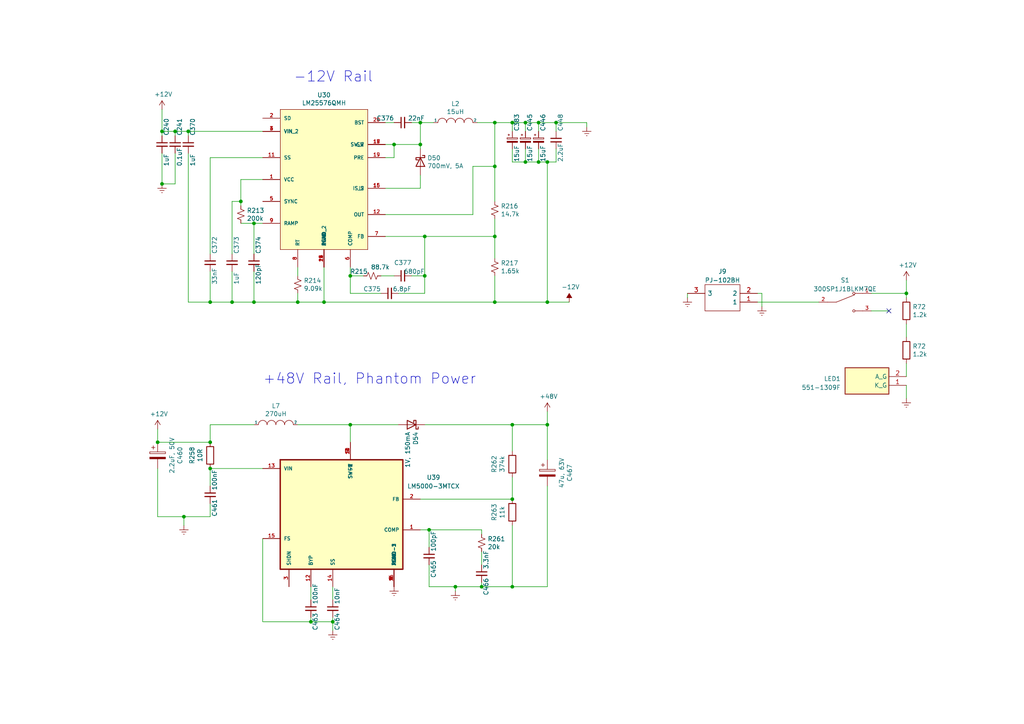
<source format=kicad_sch>
(kicad_sch (version 20230121) (generator eeschema)
  (paper "A4")
  (lib_symbols
    (symbol "300SP1J1BLKM7QE:300SP1J1BLKM7QE" (pin_names (offset 1.016))
      (property "Reference" "S" (at -5.08 6.35 0))
      (property "Value" "300SP1J1BLKM7QE" (at -5.08 -6.096 0))
      (symbol "300SP1J1BLKM7QE_0_0"
        (polyline (pts (xy -2.54 0) (xy -5.08 0)) (stroke (width 0.1524)))
        (polyline (pts (xy -2.54 0) (xy 2.794 2.1336)) (stroke (width 0.1524)))
        (polyline (pts (xy 5.08 -2.54) (xy 2.921 -2.54)) (stroke (width 0.1524)))
        (polyline (pts (xy 5.08 2.54) (xy 2.921 2.54)) (stroke (width 0.1524)))
        (circle (center 2.54 -2.54) (radius 0.3302) (stroke (width 0.1524)))
        (circle (center 2.54 2.54) (radius 0.3302) (stroke (width 0.1524)))
        (pin passive line (at 7.62 2.54 180) (length 2.54) (name "~") (number "1"))
        (pin passive line (at -7.62 0 0) (length 2.54) (name "~") (number "2"))
        (pin passive line (at 7.62 -2.54 180) (length 2.54) (name "~") (number "3"))
      )
    )
    (symbol "551-1309F:551-1309F"
      (property "Reference" "LED" (at 19.05 7.62 0))
      (property "Value" "551-1309F" (at 19.05 5.08 0))
      (symbol "551-1309F_1_1"
        (rectangle (start 5.08 2.54) (end 17.78 -5.08) (stroke (width 0.254)) (fill (type background)))
        (pin passive line (at 0 -2.54 0) (length 5.08) (name "K_G") (number "1"))
        (pin passive line (at 0 0 0) (length 5.08) (name "A_G") (number "2"))
      )
    )
    (symbol "Device:CP" (pin_numbers hide) (pin_names (offset 0.254))
      (property "Reference" "C" (at 0.635 2.54 0))
      (property "Value" "Device_CP" (at 0.635 -2.54 0))
      (symbol "CP_0_1"
        (rectangle (start -2.286 0.508) (end 2.286 1.016))
        (polyline (pts (xy -1.778 2.286) (xy -0.762 2.286)))
        (polyline (pts (xy -1.27 2.794) (xy -1.27 1.778)))
        (rectangle (start 2.286 -0.508) (end -2.286 -1.016) (fill (type outline)))
      )
      (symbol "CP_1_1"
        (pin passive line (at 0 3.81 270) (length 2.794) (name "~") (number "1"))
        (pin passive line (at 0 -3.81 90) (length 2.794) (name "~") (number "2"))
      )
    )
    (symbol "Device:CP_Small" (pin_numbers hide) (pin_names (offset 0.254) hide)
      (property "Reference" "C" (at 0.254 1.778 0))
      (property "Value" "Device_CP_Small" (at 0.254 -2.032 0))
      (symbol "CP_Small_0_1"
        (rectangle (start -1.524 -0.3048) (end 1.524 -0.6858) (fill (type outline)))
        (rectangle (start -1.524 0.6858) (end 1.524 0.3048))
        (polyline (pts (xy -1.27 1.524) (xy -0.762 1.524)))
        (polyline (pts (xy -1.016 1.27) (xy -1.016 1.778)))
      )
      (symbol "CP_Small_1_1"
        (pin passive line (at 0 2.54 270) (length 1.8542) (name "~") (number "1"))
        (pin passive line (at 0 -2.54 90) (length 1.8542) (name "~") (number "2"))
      )
    )
    (symbol "Device:C_Small" (pin_numbers hide) (pin_names (offset 0.254) hide)
      (property "Reference" "C" (at 0.254 1.778 0))
      (property "Value" "C_Small" (at 0.254 -2.032 0))
      (symbol "C_Small_0_1"
        (polyline (pts (xy -1.524 -0.508) (xy 1.524 -0.508)) (stroke (width 0.3302)))
        (polyline (pts (xy -1.524 0.508) (xy 1.524 0.508)) (stroke (width 0.3048)))
      )
      (symbol "C_Small_1_1"
        (pin passive line (at 0 2.54 270) (length 2.032) (name "~") (number "1"))
        (pin passive line (at 0 -2.54 90) (length 2.032) (name "~") (number "2"))
      )
    )
    (symbol "Device:D_Schottky" (pin_numbers hide) (pin_names (offset 1.016) hide)
      (property "Reference" "D" (at 0 2.54 0))
      (property "Value" "D_Schottky" (at 0 -2.54 0))
      (symbol "D_Schottky_0_1"
        (polyline (pts (xy 1.27 0) (xy -1.27 0)))
        (polyline (pts (xy 1.27 1.27) (xy 1.27 -1.27) (xy -1.27 0) (xy 1.27 1.27)) (stroke (width 0.254)))
        (polyline (pts (xy -1.905 0.635) (xy -1.905 1.27) (xy -1.27 1.27) (xy -1.27 -1.27) (xy -0.635 -1.27) (xy -0.635 -0.635)) (stroke (width 0.254)))
      )
      (symbol "D_Schottky_1_1"
        (pin passive line (at -3.81 0 0) (length 2.54) (name "K") (number "1"))
        (pin passive line (at 3.81 0 180) (length 2.54) (name "A") (number "2"))
      )
    )
    (symbol "Device:R" (pin_numbers hide) (pin_names (offset 0))
      (property "Reference" "R" (at 2.032 0 90))
      (property "Value" "R" (at 0 0 90))
      (symbol "R_0_1"
        (rectangle (start -1.016 -2.54) (end 1.016 2.54) (stroke (width 0.254)))
      )
      (symbol "R_1_1"
        (pin passive line (at 0 3.81 270) (length 1.27) (name "~") (number "1"))
        (pin passive line (at 0 -3.81 90) (length 1.27) (name "~") (number "2"))
      )
    )
    (symbol "Device:R_Small_US" (pin_numbers hide) (pin_names (offset 0.254) hide)
      (property "Reference" "R" (at 0.762 0.508 0))
      (property "Value" "R_Small_US" (at 0.762 -1.016 0))
      (symbol "R_Small_US_1_1"
        (polyline (pts (xy 0 0) (xy 1.016 -0.381) (xy 0 -0.762) (xy -1.016 -1.143) (xy 0 -1.524)))
        (polyline (pts (xy 0 1.524) (xy 1.016 1.143) (xy 0 0.762) (xy -1.016 0.381) (xy 0 0)))
        (pin passive line (at 0 2.54 270) (length 1.016) (name "~") (number "1"))
        (pin passive line (at 0 -2.54 90) (length 1.016) (name "~") (number "2"))
      )
    )
    (symbol "LM25576QMH:LM25576QMH" (pin_names (offset 1.016))
      (property "Reference" "U" (at -4.4196 30.988 0))
      (property "Value" "LM25576QMH_LM25576QMH" (at -5.08 7.62 0))
      (symbol "LM25576QMH_0_0"
        (rectangle (start -12.7 -12.7) (end 12.7 27.94) (stroke (width 0.1524)) (fill (type background)))
        (pin power_in line (at -17.78 7.62 0) (length 5.08) (name "VCC") (number "1"))
        (pin passive line (at 0 -17.78 90) (length 5.08) (name "AGND") (number "10"))
        (pin input line (at -17.78 13.97 0) (length 5.08) (name "SS") (number "11"))
        (pin output line (at 17.78 -2.54 180) (length 5.08) (name "OUT") (number "12"))
        (pin passive line (at 0 -17.78 90) (length 5.08) (name "PGND_2") (number "13"))
        (pin passive line (at 0 -17.78 90) (length 5.08) (name "PGND") (number "14"))
        (pin input line (at 17.78 5.08 180) (length 5.08) (name "IS_2") (number "15"))
        (pin input line (at 17.78 5.08 180) (length 5.08) (name "IS") (number "16"))
        (pin output line (at 17.78 17.78 180) (length 5.08) (name "SW_2") (number "17"))
        (pin output line (at 17.78 17.78 180) (length 5.08) (name "SW") (number "18"))
        (pin input line (at 17.78 13.97 180) (length 5.08) (name "PRE") (number "19"))
        (pin input line (at -17.78 25.4 0) (length 5.08) (name "SD") (number "2"))
        (pin input line (at 17.78 24.13 180) (length 5.08) (name "BST") (number "20"))
        (pin passive line (at 0 -17.78 90) (length 5.08) (name "EPAD") (number "21"))
        (pin input line (at -17.78 21.59 0) (length 5.08) (name "VIN_2") (number "3"))
        (pin input line (at -17.78 21.59 0) (length 5.08) (name "VIN") (number "4"))
        (pin input line (at -17.78 1.27 0) (length 5.08) (name "SYNC") (number "5"))
        (pin input line (at 7.62 -17.78 90) (length 5.08) (name "COMP") (number "6"))
        (pin input line (at 17.78 -8.89 180) (length 5.08) (name "FB") (number "7"))
        (pin input line (at -7.62 -17.78 90) (length 5.08) (name "RT") (number "8"))
        (pin input line (at -17.78 -5.08 0) (length 5.08) (name "RAMP") (number "9"))
      )
    )
    (symbol "LM5000-3:LM5000-3MTCX" (pin_names (offset 1.016))
      (property "Reference" "U" (at -12.7 36.5506 0))
      (property "Value" "LM5000-3MTCX" (at -2.54 19.05 0))
      (symbol "LM5000-3MTCX_0_0"
        (rectangle (start -12.7 3.81) (end 22.86 35.56) (stroke (width 0.4064)) (fill (type background)))
        (pin bidirectional line (at 27.94 15.24 180) (length 5.08) (name "COMP") (number "1"))
        (pin bidirectional line (at 7.62 40.64 270) (length 5.08) (name "SW") (number "10"))
        (pin bidirectional line (at 7.62 40.64 270) (length 5.08) (name "SW-2") (number "11"))
        (pin bidirectional line (at -3.81 -1.27 90) (length 5.08) (name "BYP") (number "12"))
        (pin input line (at -17.78 33.02 0) (length 5.08) (name "VIN") (number "13"))
        (pin bidirectional line (at 2.54 -1.27 90) (length 5.08) (name "SS") (number "14"))
        (pin bidirectional line (at -17.78 12.7 0) (length 5.08) (name "FS") (number "15"))
        (pin bidirectional line (at 20.32 -1.27 90) (length 5.08) (name "TEST") (number "16"))
        (pin bidirectional line (at 27.94 24.13 180) (length 5.08) (name "FB") (number "2"))
        (pin bidirectional line (at -10.16 -1.27 90) (length 5.08) (name "SHDN") (number "3"))
        (pin power_in line (at 20.32 -1.27 90) (length 5.08) (name "AGND") (number "4"))
        (pin power_in line (at 20.32 -1.27 90) (length 5.08) (name "PGND-1") (number "5"))
        (pin power_in line (at 20.32 -1.27 90) (length 5.08) (name "PGND") (number "6"))
        (pin power_in line (at 20.32 -1.27 90) (length 5.08) (name "PGND-3") (number "7"))
        (pin power_in line (at 20.32 -1.27 90) (length 5.08) (name "PGND-2") (number "8"))
        (pin bidirectional line (at 7.62 40.64 270) (length 5.08) (name "SW-1") (number "9"))
      )
    )
    (symbol "Samac:PJ-102BH" (pin_names (offset 0.762))
      (property "Reference" "J" (at 16.51 7.62 0))
      (property "Value" "PJ-102BH" (at 16.51 5.08 0))
      (symbol "PJ-102BH_0_0"
        (pin passive line (at 20.32 -2.54 180) (length 5.08) (name "1") (number "1"))
        (pin passive line (at 20.32 0 180) (length 5.08) (name "2") (number "2"))
        (pin passive line (at 0 0 0) (length 5.08) (name "3") (number "3"))
      )
      (symbol "PJ-102BH_0_1"
        (polyline (pts (xy 5.08 2.54) (xy 15.24 2.54) (xy 15.24 -5.08) (xy 5.08 -5.08) (xy 5.08 2.54)) (stroke (width 0.1524)))
      )
    )
    (symbol "power:+12V" (power) (pin_names (offset 0))
      (property "Value" "+12V" (at 0 3.556 0))
      (symbol "+12V_0_1"
        (polyline (pts (xy -0.762 1.27) (xy 0 2.54)))
        (polyline (pts (xy 0 0) (xy 0 2.54)))
        (polyline (pts (xy 0 2.54) (xy 0.762 1.27)))
      )
      (symbol "+12V_1_1"
        (pin power_in line (at 0 0 90) (length 0) hide (name "+12V") (number "1"))
      )
    )
    (symbol "power:+48V" (power) (pin_names (offset 0))
      (property "Value" "+48V" (at 0 3.556 0))
      (symbol "+48V_0_1"
        (polyline (pts (xy -0.762 1.27) (xy 0 2.54)))
        (polyline (pts (xy 0 0) (xy 0 2.54)))
        (polyline (pts (xy 0 2.54) (xy 0.762 1.27)))
      )
      (symbol "+48V_1_1"
        (pin power_in line (at 0 0 90) (length 0) hide (name "+48V") (number "1"))
      )
    )
    (symbol "power:-12V" (power) (pin_names (offset 0))
      (property "Value" "-12V" (at 0 3.81 0))
      (symbol "-12V_0_0"
        (pin power_in line (at 0 0 90) (length 0) hide (name "-12V") (number "1"))
      )
      (symbol "-12V_0_1"
        (polyline (pts (xy 0 0) (xy 0 1.27) (xy 0.762 1.27) (xy 0 2.54) (xy -0.762 1.27) (xy 0 1.27)) (fill (type outline)))
      )
    )
    (symbol "power:Earth" (power) (pin_names (offset 0))
      (symbol "Earth_0_1"
        (polyline (pts (xy -0.635 -1.905) (xy 0.635 -1.905)))
        (polyline (pts (xy -0.127 -2.54) (xy 0.127 -2.54)))
        (polyline (pts (xy 0 -1.27) (xy 0 0)))
        (polyline (pts (xy 1.27 -1.27) (xy -1.27 -1.27)))
      )
      (symbol "Earth_1_1"
        (pin power_in line (at 0 0 270) (length 0) hide (name "Earth") (number "1"))
      )
    )
    (symbol "pspice:INDUCTOR" (pin_numbers hide) (pin_names (offset 0))
      (property "Reference" "L" (at 0 2.54 0))
      (property "Value" "INDUCTOR" (at 0 -1.27 0))
      (symbol "INDUCTOR_0_1"
        (arc (start -2.54 0) (mid -3.81 1.2645) (end -5.08 0))
        (arc (start 0 0) (mid -1.27 1.2645) (end -2.54 0))
        (arc (start 2.54 0) (mid 1.27 1.2645) (end 0 0))
        (arc (start 5.08 0) (mid 3.81 1.2645) (end 2.54 0))
      )
      (symbol "INDUCTOR_1_1"
        (pin input line (at -6.35 0 0) (length 1.27) (name "1") (number "1"))
        (pin input line (at 6.35 0 180) (length 1.27) (name "2") (number "2"))
      )
    )
  )
  (junction (at 158.75 87.63))
  (junction (at 161.29 35.56))
  (junction (at 90.17 180.34))
  (junction (at 143.51 68.58))
  (junction (at 54.61 38.1))
  (junction (at 53.34 149.86))
  (junction (at 86.36 87.63))
  (junction (at 73.66 64.77))
  (junction (at 123.19 68.58))
  (junction (at 132.08 170.18))
  (junction (at 50.8 38.1))
  (junction (at 139.7 170.18))
  (junction (at 148.59 170.18))
  (junction (at 101.6 80.01))
  (junction (at 158.75 46.99))
  (junction (at 96.52 180.34))
  (junction (at 93.98 87.63))
  (junction (at 148.59 123.19))
  (junction (at 121.92 41.91))
  (junction (at 152.4 46.99))
  (junction (at 152.4 35.56))
  (junction (at 121.92 35.56))
  (junction (at 101.6 123.19))
  (junction (at 158.75 123.19))
  (junction (at 73.66 87.63))
  (junction (at 60.96 128.27))
  (junction (at 69.85 58.42))
  (junction (at 45.72 128.27))
  (junction (at 60.96 87.63))
  (junction (at 143.51 48.26))
  (junction (at 148.59 35.56))
  (junction (at 262.89 85.09))
  (junction (at 148.59 144.78))
  (junction (at 123.19 80.01))
  (junction (at 46.99 38.1))
  (junction (at 156.21 46.99))
  (junction (at 124.46 153.67))
  (junction (at 67.31 87.63))
  (junction (at 114.3 41.91))
  (junction (at 46.99 53.34))
  (junction (at 143.51 35.56))
  (junction (at 60.96 135.89))
  (junction (at 156.21 35.56))
  (junction (at 143.51 87.63))
  (no_connect (at 257.81 90.17))
  (wire (pts (xy 139.7 160.02) (xy 139.7 163.83)))
  (wire (pts (xy 148.59 123.19) (xy 148.59 130.81)))
  (wire (pts (xy 121.92 54.61) (xy 111.76 54.61)))
  (wire (pts (xy 152.4 43.18) (xy 152.4 46.99)))
  (wire (pts (xy 124.46 163.83) (xy 124.46 170.18)))
  (wire (pts (xy 114.3 45.72) (xy 114.3 41.91)))
  (wire (pts (xy 86.36 85.09) (xy 86.36 87.63)))
  (wire (pts (xy 161.29 43.18) (xy 161.29 46.99)))
  (wire (pts (xy 76.2 180.34) (xy 90.17 180.34)))
  (wire (pts (xy 76.2 64.77) (xy 73.66 64.77)))
  (wire (pts (xy 73.66 64.77) (xy 73.66 73.66)))
  (wire (pts (xy 219.71 87.63) (xy 237.49 87.63)))
  (wire (pts (xy 158.75 46.99) (xy 156.21 46.99)))
  (wire (pts (xy 111.76 41.91) (xy 114.3 41.91)))
  (wire (pts (xy 60.96 87.63) (xy 67.31 87.63)))
  (wire (pts (xy 101.6 123.19) (xy 115.57 123.19)))
  (wire (pts (xy 96.52 179.07) (xy 96.52 180.34)))
  (wire (pts (xy 46.99 31.75) (xy 46.99 38.1)))
  (wire (pts (xy 152.4 35.56) (xy 152.4 38.1)))
  (wire (pts (xy 69.85 64.77) (xy 73.66 64.77)))
  (wire (pts (xy 262.89 105.41) (xy 262.89 109.22)))
  (wire (pts (xy 121.92 144.78) (xy 148.59 144.78)))
  (wire (pts (xy 124.46 153.67) (xy 124.46 158.75)))
  (wire (pts (xy 54.61 87.63) (xy 60.96 87.63)))
  (wire (pts (xy 152.4 35.56) (xy 156.21 35.56)))
  (wire (pts (xy 90.17 179.07) (xy 90.17 180.34)))
  (wire (pts (xy 219.71 85.09) (xy 220.98 85.09)))
  (wire (pts (xy 76.2 156.21) (xy 76.2 180.34)))
  (wire (pts (xy 137.16 62.23) (xy 137.16 48.26)))
  (wire (pts (xy 121.92 50.8) (xy 121.92 54.61)))
  (wire (pts (xy 60.96 149.86) (xy 60.96 146.05)))
  (wire (pts (xy 60.96 78.74) (xy 60.96 87.63)))
  (wire (pts (xy 67.31 87.63) (xy 73.66 87.63)))
  (wire (pts (xy 132.08 170.18) (xy 139.7 170.18)))
  (wire (pts (xy 262.89 111.76) (xy 262.89 115.57)))
  (wire (pts (xy 161.29 35.56) (xy 161.29 38.1)))
  (wire (pts (xy 158.75 46.99) (xy 158.75 87.63)))
  (wire (pts (xy 111.76 62.23) (xy 137.16 62.23)))
  (wire (pts (xy 69.85 58.42) (xy 69.85 59.69)))
  (wire (pts (xy 158.75 87.63) (xy 165.1 87.63)))
  (wire (pts (xy 60.96 140.97) (xy 60.96 135.89)))
  (wire (pts (xy 73.66 78.74) (xy 73.66 87.63)))
  (wire (pts (xy 96.52 170.18) (xy 96.52 173.99)))
  (wire (pts (xy 67.31 58.42) (xy 67.31 73.66)))
  (wire (pts (xy 69.85 52.07) (xy 76.2 52.07)))
  (wire (pts (xy 53.34 152.4) (xy 53.34 149.86)))
  (wire (pts (xy 90.17 170.18) (xy 90.17 173.99)))
  (wire (pts (xy 54.61 38.1) (xy 54.61 39.37)))
  (wire (pts (xy 110.49 80.01) (xy 114.3 80.01)))
  (wire (pts (xy 148.59 170.18) (xy 158.75 170.18)))
  (wire (pts (xy 143.51 68.58) (xy 143.51 74.93)))
  (wire (pts (xy 115.57 85.09) (xy 123.19 85.09)))
  (wire (pts (xy 123.19 68.58) (xy 143.51 68.58)))
  (wire (pts (xy 45.72 149.86) (xy 45.72 135.89)))
  (wire (pts (xy 46.99 38.1) (xy 50.8 38.1)))
  (wire (pts (xy 158.75 119.38) (xy 158.75 123.19)))
  (wire (pts (xy 148.59 35.56) (xy 152.4 35.56)))
  (wire (pts (xy 119.38 80.01) (xy 123.19 80.01)))
  (wire (pts (xy 137.16 48.26) (xy 143.51 48.26)))
  (wire (pts (xy 93.98 77.47) (xy 93.98 87.63)))
  (wire (pts (xy 67.31 58.42) (xy 69.85 58.42)))
  (wire (pts (xy 50.8 38.1) (xy 54.61 38.1)))
  (wire (pts (xy 101.6 80.01) (xy 105.41 80.01)))
  (wire (pts (xy 90.17 180.34) (xy 96.52 180.34)))
  (wire (pts (xy 60.96 123.19) (xy 73.66 123.19)))
  (wire (pts (xy 50.8 44.45) (xy 50.8 53.34)))
  (wire (pts (xy 60.96 135.89) (xy 76.2 135.89)))
  (wire (pts (xy 148.59 138.43) (xy 148.59 144.78)))
  (wire (pts (xy 143.51 48.26) (xy 143.51 35.56)))
  (wire (pts (xy 124.46 170.18) (xy 132.08 170.18)))
  (wire (pts (xy 139.7 168.91) (xy 139.7 170.18)))
  (wire (pts (xy 101.6 77.47) (xy 101.6 80.01)))
  (wire (pts (xy 139.7 170.18) (xy 148.59 170.18)))
  (wire (pts (xy 124.46 153.67) (xy 139.7 153.67)))
  (wire (pts (xy 121.92 35.56) (xy 119.38 35.56)))
  (wire (pts (xy 170.18 35.56) (xy 170.18 36.83)))
  (wire (pts (xy 121.92 41.91) (xy 121.92 35.56)))
  (wire (pts (xy 53.34 149.86) (xy 45.72 149.86)))
  (wire (pts (xy 156.21 35.56) (xy 161.29 35.56)))
  (wire (pts (xy 76.2 45.72) (xy 60.96 45.72)))
  (wire (pts (xy 53.34 149.86) (xy 60.96 149.86)))
  (wire (pts (xy 45.72 128.27) (xy 60.96 128.27)))
  (wire (pts (xy 252.73 90.17) (xy 257.81 90.17)))
  (wire (pts (xy 262.89 93.98) (xy 262.89 97.79)))
  (wire (pts (xy 143.51 48.26) (xy 143.51 58.42)))
  (wire (pts (xy 111.76 45.72) (xy 114.3 45.72)))
  (wire (pts (xy 156.21 46.99) (xy 152.4 46.99)))
  (wire (pts (xy 121.92 153.67) (xy 124.46 153.67)))
  (wire (pts (xy 158.75 140.97) (xy 158.75 170.18)))
  (wire (pts (xy 54.61 38.1) (xy 76.2 38.1)))
  (wire (pts (xy 252.73 85.09) (xy 262.89 85.09)))
  (wire (pts (xy 60.96 128.27) (xy 60.96 123.19)))
  (wire (pts (xy 46.99 38.1) (xy 46.99 39.37)))
  (wire (pts (xy 114.3 41.91) (xy 121.92 41.91)))
  (wire (pts (xy 114.3 35.56) (xy 111.76 35.56)))
  (wire (pts (xy 139.7 153.67) (xy 139.7 154.94)))
  (wire (pts (xy 262.89 81.28) (xy 262.89 85.09)))
  (wire (pts (xy 46.99 44.45) (xy 46.99 53.34)))
  (wire (pts (xy 148.59 35.56) (xy 148.59 38.1)))
  (wire (pts (xy 148.59 46.99) (xy 152.4 46.99)))
  (wire (pts (xy 161.29 46.99) (xy 158.75 46.99)))
  (wire (pts (xy 50.8 38.1) (xy 50.8 39.37)))
  (wire (pts (xy 101.6 80.01) (xy 101.6 85.09)))
  (wire (pts (xy 262.89 86.36) (xy 262.89 85.09)))
  (wire (pts (xy 93.98 87.63) (xy 143.51 87.63)))
  (wire (pts (xy 69.85 58.42) (xy 69.85 52.07)))
  (wire (pts (xy 123.19 123.19) (xy 148.59 123.19)))
  (wire (pts (xy 220.98 85.09) (xy 220.98 88.9)))
  (wire (pts (xy 123.19 80.01) (xy 123.19 85.09)))
  (wire (pts (xy 132.08 170.18) (xy 132.08 171.45)))
  (wire (pts (xy 138.43 35.56) (xy 143.51 35.56)))
  (wire (pts (xy 86.36 123.19) (xy 101.6 123.19)))
  (wire (pts (xy 143.51 80.01) (xy 143.51 87.63)))
  (wire (pts (xy 111.76 68.58) (xy 123.19 68.58)))
  (wire (pts (xy 86.36 77.47) (xy 86.36 80.01)))
  (wire (pts (xy 86.36 87.63) (xy 93.98 87.63)))
  (wire (pts (xy 161.29 35.56) (xy 170.18 35.56)))
  (wire (pts (xy 156.21 43.18) (xy 156.21 46.99)))
  (wire (pts (xy 148.59 152.4) (xy 148.59 170.18)))
  (wire (pts (xy 143.51 87.63) (xy 158.75 87.63)))
  (wire (pts (xy 101.6 85.09) (xy 110.49 85.09)))
  (wire (pts (xy 67.31 78.74) (xy 67.31 87.63)))
  (wire (pts (xy 45.72 124.46) (xy 45.72 128.27)))
  (wire (pts (xy 143.51 63.5) (xy 143.51 68.58)))
  (wire (pts (xy 54.61 44.45) (xy 54.61 87.63)))
  (wire (pts (xy 96.52 180.34) (xy 96.52 182.88)))
  (wire (pts (xy 121.92 35.56) (xy 125.73 35.56)))
  (wire (pts (xy 156.21 35.56) (xy 156.21 38.1)))
  (wire (pts (xy 123.19 80.01) (xy 123.19 68.58)))
  (wire (pts (xy 50.8 53.34) (xy 46.99 53.34)))
  (wire (pts (xy 101.6 123.19) (xy 101.6 128.27)))
  (wire (pts (xy 143.51 35.56) (xy 148.59 35.56)))
  (wire (pts (xy 60.96 45.72) (xy 60.96 73.66)))
  (wire (pts (xy 148.59 43.18) (xy 148.59 46.99)))
  (wire (pts (xy 121.92 41.91) (xy 121.92 43.18)))
  (wire (pts (xy 148.59 123.19) (xy 158.75 123.19)))
  (wire (pts (xy 199.39 85.09) (xy 199.39 86.36)))
  (wire (pts (xy 73.66 87.63) (xy 86.36 87.63)))
  (wire (pts (xy 158.75 123.19) (xy 158.75 133.35)))
  (text "-12V Rail" (at 85.09 24.13 0) (effects (font (size 2.9972 2.9972)) (justify left bottom)))
  (text "+48V Rail, Phantom Power" (at 76.2 111.76 0) (effects (font (size 2.9972 2.9972)) (justify left bottom)))
  (symbol (lib_id "power:Earth") (at 132.08 171.45 0) (unit 1)
    (property "Reference" "#PWR0393" (effects hide))
    (property "Value" "Earth" (effects hide))
    (instances (project "Adam824" (path "" (reference "#PWR0393") (unit 1))) (project "MicPre" (path "" (reference "#PWR061") (unit 1))))
  )
  (symbol (lib_id "Device:C_Small") (at 139.7 166.37 0) (unit 1)
    (property "Reference" "C466" (at 140.97 172.72 90) (effects (justify left)))
    (property "Value" "3.3nF" (at 140.97 165.1 90) (effects (justify left)))
    (property "Footprint" "Capacitor_SMD:C_0805_2012Metric_Pad1.18x1.45mm_HandSolder" (effects hide))
    (property "Datasheet" "https://www.digikey.com/en/products/detail/tdk-corporation/C2012C0G1H332J125AA/567597" (effects hide))
    (property "Description" "3.3nF, 50V, 0805" (effects hide))
    (property "Mouser Price/Stock" "$0.10" (effects hide))
    (instances (project "Adam824" (path "" (reference "C466") (unit 1))) (project "MicPre" (path "" (reference "C60") (unit 1))))
  )
  (symbol (lib_id "Device:C_Small") (at 116.84 35.56 90) (unit 1)
    (property "Reference" "C376" (at 114.3 34.29 90) (effects (justify left)))
    (property "Value" "22nF" (at 123.19 34.29 90) (effects (justify left)))
    (property "Footprint" "Capacitor_SMD:C_0402_1005Metric_Pad0.74x0.62mm_HandSolder" (effects hide))
    (property "Datasheet" "https://www.digikey.com/en/products/detail/GRM155R71H223KA12D/490-3884-1-ND/965926?itemSeq=385819190" (effects hide))
    (property "Mouser Price/Stock" "0.1" (effects hide))
    (instances (project "Adam824" (path "" (reference "C376") (unit 1))) (project "MicPre" (path "" (reference "C69") (unit 1))))
  )
  (symbol (lib_id "Device:C_Small") (at 113.03 85.09 90) (unit 1)
    (property "Reference" "C375" (at 110.49 83.82 90) (effects (justify left)))
    (property "Value" "6.8pF" (at 119.38 83.82 90) (effects (justify left)))
    (property "Footprint" "Capacitor_SMD:C_0603_1608Metric_Pad1.08x0.95mm_HandSolder" (effects hide))
    (property "Datasheet" "https://www.digikey.com/en/products/detail/kyocera-avx/06031U6R8BAT2A/1598953?s=N4IgTCBcDaIAwDY4GYCMBVBAlAHAIQEEAVMAkAXQF8g" (effects hide))
    (property "Mouser Price/Stock" "0.1" (effects hide))
    (property "Description" "680pF,100V" (effects hide))
    (instances (project "Adam824" (path "" (reference "C375") (unit 1))) (project "MicPre" (path "" (reference "C68") (unit 1))))
  )
  (symbol (lib_id "Device:C_Small") (at 116.84 80.01 90) (unit 1)
    (property "Reference" "C377" (at 119.38 76.2 90) (effects (justify left)))
    (property "Value" "680pF" (at 123.19 78.74 90) (effects (justify left)))
    (property "Footprint" "Capacitor_SMD:C_0402_1005Metric_Pad0.74x0.62mm_HandSolder" (effects hide))
    (property "Datasheet" "https://www.digikey.com/en/products/detail/GRM155R72A681KA01D/490-8262-1-ND/4380556?itemSeq=385817773" (effects hide))
    (property "Mouser Price/Stock" "0.1" (effects hide))
    (property "Description" "680pF,100V" (effects hide))
    (instances (project "Adam824" (path "" (reference "C377") (unit 1))) (project "MicPre" (path "" (reference "C70") (unit 1))))
  )
  (symbol (lib_id "Device:R") (at 148.59 148.59 180) (unit 1)
    (property "Reference" "R263" (at 143.3322 148.59 90))
    (property "Value" "11k" (at 145.6436 148.59 90))
    (property "Footprint" "Resistor_SMD:R_0603_1608Metric_Pad0.98x0.95mm_HandSolder" (effects hide))
    (property "Datasheet" "https://www.digikey.com/en/products/detail/yageo/RT0603DRE0711KL/1074545" (effects hide))
    (instances (project "Adam824" (path "" (reference "R263") (unit 1))) (project "MicPre" (path "" (reference "R48") (unit 1))))
  )
  (symbol (lib_id "Device:R") (at 262.89 101.6 0) (unit 1)
    (property "Reference" "R72" (at 264.668 100.4316 0) (effects (justify left)))
    (property "Value" "1.2k" (at 264.668 102.743 0) (effects (justify left)))
    (property "Footprint" "Resistor_SMD:R_0402_1005Metric_Pad0.72x0.64mm_HandSolder" (effects hide))
    (property "Datasheet" "https://www.digikey.com/en/products/detail/te-connectivity-passive-product/CRGCQ0402F1K2/8576230" (effects hide))
    (property "Mouser Price/Stock" "$0.10" (effects hide))
    (instances (project "Adam824" (path "" (reference "R72") (unit 1))) (project "MicPre" (path "" (reference "R21") (unit 1)) (path "" (reference "R22") (unit 1)) (path "" (reference "R21") (unit 1)) (path "" (reference "R36") (unit 1))))
  )
  (symbol (lib_id "power:Earth") (at 220.98 88.9 0) (unit 1)
    (property "Reference" "#PWR0345" (effects hide))
    (property "Value" "Earth" (effects hide))
    (instances (project "Adam824" (path "" (reference "#PWR0345") (unit 1))) (project "MicPre" (path "" (reference "#PWR069") (unit 1))))
  )
  (symbol (lib_id "Device:R_Small_US") (at 69.85 62.23 0) (unit 1)
    (property "Reference" "R213" (at 71.5772 61.0616 0) (effects (justify left)))
    (property "Value" "200k" (at 71.5772 63.373 0) (effects (justify left)))
    (property "Footprint" "Resistor_SMD:R_0805_2012Metric_Pad1.20x1.40mm_HandSolder" (effects hide))
    (property "Datasheet" "https://www.digikey.com/en/products/detail/panasonic-electronic-components/ERJ-6ENF2003V/111933?s=N4IgTCBcDaIKICUBSBaAbHAcgMTABjwGYA1EAXQF8g" (effects hide))
    (instances (project "Adam824" (path "" (reference "R213") (unit 1))) (project "MicPre" (path "" (reference "R49") (unit 1))))
  )
  (symbol (lib_id "Device:CP") (at 158.75 137.16 0) (unit 1)
    (property "Reference" "C467" (at 165.227 137.16 90))
    (property "Value" "47u, 63V" (at 162.9156 137.16 90))
    (property "Footprint" "Capacitor_THT:CP_Radial_D6.3mm_P2.50mm" (effects hide))
    (property "Datasheet" "https://www.digikey.com/en/products/detail/kemet/esk476m063ae3aa/13176380" (effects hide))
    (property "Mouser Price/Stock" "$0.50" (effects hide))
    (instances (project "Adam824" (path "" (reference "C467") (unit 1))) (project "MicPre" (path "" (reference "C61") (unit 1))))
  )
  (symbol (lib_id "Device:R") (at 262.89 90.17 0) (unit 1)
    (property "Reference" "R72" (at 264.668 89.0016 0) (effects (justify left)))
    (property "Value" "1.2k" (at 264.668 91.313 0) (effects (justify left)))
    (property "Footprint" "Resistor_SMD:R_0402_1005Metric_Pad0.72x0.64mm_HandSolder" (effects hide))
    (property "Datasheet" "https://www.digikey.com/en/products/detail/te-connectivity-passive-product/CRGCQ0402F1K2/8576230" (effects hide))
    (property "Mouser Price/Stock" "$0.10" (effects hide))
    (instances (project "Adam824" (path "" (reference "R72") (unit 1))) (project "MicPre" (path "" (reference "R21") (unit 1)) (path "" (reference "R22") (unit 1)) (path "" (reference "R21") (unit 1)) (path "" (reference "R35") (unit 1))))
  )
  (symbol (lib_id "Device:R_Small_US") (at 139.7 157.48 0) (unit 1)
    (property "Reference" "R261" (at 141.4272 156.3116 0) (effects (justify left)))
    (property "Value" "20k" (at 141.4272 158.623 0) (effects (justify left)))
    (property "Footprint" "Resistor_SMD:R_0603_1608Metric_Pad0.98x0.95mm_HandSolder" (effects hide))
    (property "Datasheet" "https://www.digikey.com/en/products/detail/yageo/RC0603FR-0720KL/727040?s=N4IgTCBcDaIEoGEAMA2JBmAYnAtEg7GEgNIAyIAugL5A" (effects hide))
    (instances (project "Adam824" (path "" (reference "R261") (unit 1))) (project "MicPre" (path "" (reference "R46") (unit 1))))
  )
  (symbol (lib_id "Device:R_Small_US") (at 143.51 60.96 0) (unit 1)
    (property "Reference" "R216" (at 145.2372 59.7916 0) (effects (justify left)))
    (property "Value" "14.7k" (at 145.2372 62.103 0) (effects (justify left)))
    (property "Footprint" "Resistor_SMD:R_0603_1608Metric_Pad0.98x0.95mm_HandSolder" (effects hide))
    (property "Datasheet" "https://www.digikey.com/en/products/detail/RC0603FR-0714K7L/311-14.7KHRCT-ND/729892?itemSeq=385819605" (effects hide))
    (instances (project "Adam824" (path "" (reference "R216") (unit 1))) (project "MicPre" (path "" (reference "R52") (unit 1))))
  )
  (symbol (lib_id "Device:D_Schottky") (at 119.38 123.19 180) (unit 1)
    (property "Reference" "D54" (at 120.5484 125.1966 90) (effects (justify left)))
    (property "Value" "1V, 150mA" (at 118.237 125.1966 90) (effects (justify left)))
    (property "Footprint" "Diode_SMD:D_SOD-123" (effects hide))
    (property "Datasheet" "https://www.digikey.com/en/products/detail/CDBW46-G/641-1964-1-ND/9477893?itemSeq=385818839" (effects hide))
    (instances (project "Adam824" (path "" (reference "D54") (unit 1))) (project "MicPre" (path "" (reference "D13") (unit 1))))
  )
  (symbol (lib_id "Device:R") (at 60.96 132.08 180) (unit 1)
    (property "Reference" "R258" (at 55.7022 132.08 90))
    (property "Value" "10R" (at 58.0136 132.08 90))
    (property "Footprint" "Resistor_SMD:R_0603_1608Metric_Pad0.98x0.95mm_HandSolder" (effects hide))
    (property "Datasheet" "https://www.digikey.com/en/products/detail/stackpole-electronics-inc/RMCF0603FT10R0/1761152" (effects hide))
    (property "Mouser Price/Stock" "$0.10" (effects hide))
    (instances (project "Adam824" (path "" (reference "R258") (unit 1))) (project "MicPre" (path "" (reference "R45") (unit 1))))
  )
  (symbol (lib_id "Device:R") (at 148.59 134.62 180) (unit 1)
    (property "Reference" "R262" (at 143.3322 134.62 90))
    (property "Value" "374k" (at 145.6436 134.62 90))
    (property "Footprint" "Resistor_SMD:R_0805_2012Metric_Pad1.20x1.40mm_HandSolder" (effects hide))
    (property "Datasheet" "https://www.digikey.com/en/products/detail/panasonic-electronic-components/ERJ-6ENF3743V/112023?s=N4IgTCBcDaIKICUBSBaAbHAcgMQMwHYAWXANRAF0BfIA" (effects hide))
    (instances (project "Adam824" (path "" (reference "R262") (unit 1))) (project "MicPre" (path "" (reference "R47") (unit 1))))
  )
  (symbol (lib_id "Device:R_Small_US") (at 86.36 82.55 0) (unit 1)
    (property "Reference" "R214" (at 88.0872 81.3816 0) (effects (justify left)))
    (property "Value" "9.09k" (at 88.0872 83.693 0) (effects (justify left)))
    (property "Footprint" "Resistor_SMD:R_0603_1608Metric_Pad0.98x0.95mm_HandSolder" (effects hide))
    (property "Datasheet" "https://www.digikey.com/en/products/detail/yageo/RC0603FR-079K09L/727418?s=N4IgTCBcDaIEoGEAMA2JBmAYnAtEg7AJwDSShAMiALoC%2BQA" (effects hide))
    (instances (project "Adam824" (path "" (reference "R214") (unit 1))) (project "MicPre" (path "" (reference "R50") (unit 1))))
  )
  (symbol (lib_id "power:+12V") (at 262.89 81.28 0) (unit 1)
    (property "Reference" "#PWR0103" (effects hide))
    (property "Value" "+12V" (at 263.271 76.8858 0))
    (instances (project "Adam824" (path "" (reference "#PWR0103") (unit 1))) (project "MicPre" (path "" (reference "#PWR034") (unit 1)) (path "" (reference "#PWR04") (unit 1))))
  )
  (symbol (lib_id "power:Earth") (at 170.18 36.83 0) (unit 1)
    (property "Reference" "#PWR0345" (effects hide))
    (property "Value" "Earth" (effects hide))
    (instances (project "Adam824" (path "" (reference "#PWR0345") (unit 1))) (project "MicPre" (path "" (reference "#PWR066") (unit 1))))
  )
  (symbol (lib_id "Device:C_Small") (at 90.17 176.53 0) (unit 1)
    (property "Reference" "C463" (at 91.44 182.88 90) (effects (justify left)))
    (property "Value" "100nF" (at 91.44 175.26 90) (effects (justify left)))
    (property "Footprint" "Capacitor_SMD:C_0805_2012Metric_Pad1.18x1.45mm_HandSolder" (effects hide))
    (property "Datasheet" "https://www.digikey.com/en/products/detail/kyocera-avx/08053C104JAZ2A/1602159?s=N4IgTCBcDaIAwA44FYDMBhAjHALAKQEEAtMAkAXQF8g" (effects hide))
    (property "Description" "100nF, 50V, 0805" (effects hide))
    (property "Mouser Price/Stock" "$0.10" (effects hide))
    (instances (project "Adam824" (path "" (reference "C463") (unit 1))) (project "MicPre" (path "" (reference "C57") (unit 1))))
  )
  (symbol (lib_id "Samac:PJ-102BH") (at 199.39 85.09 0) (unit 1)
    (property "Reference" "J9" (at 209.55 78.74 0))
    (property "Value" "PJ-102BH" (at 209.55 81.28 0))
    (property "Footprint" "PJ-102AH" (effects hide))
    (property "Datasheet" "https://componentsearchengine.com/Datasheets/1/PJ-102BH.pdf" (effects hide))
    (property "Description" "DC Power Connectors Power Jacks" (effects hide))
    (property "Mouser Part Number" "490-PJ-102BH" (effects hide))
    (property "Mouser Price/Stock" "https://www.mouser.co.uk/ProductDetail/CUI-Devices/PJ-102BH?qs=WyjlAZoYn51LQvDYqCqBtA%3D%3D" (effects hide))
    (property "Manufacturer_Name" "CUI Devices" (effects hide))
    (property "Manufacturer_Part_Number" "PJ-102BH" (effects hide))
  )
  (symbol (lib_id "Device:C_Small") (at 67.31 76.2 0) (unit 1)
    (property "Reference" "C373" (at 68.58 73.66 90) (effects (justify left)))
    (property "Value" "1uF" (at 68.58 82.55 90) (effects (justify left)))
    (property "Footprint" "Capacitor_SMD:C_0603_1608Metric_Pad1.08x0.95mm_HandSolder" (effects hide))
    (property "Datasheet" "https://www.digikey.com/en/products/detail/taiyo-yuden/EMK107B7105KA-T/930593?s=N4IgTCBcDaIKIFkDSBGADAdgEIfQViQEEBaAFRAF0BfIA" (effects hide))
    (instances (project "Adam824" (path "" (reference "C373") (unit 1))) (project "MicPre" (path "" (reference "C66") (unit 1))))
  )
  (symbol (lib_id "Device:C_Small") (at 60.96 143.51 0) (unit 1)
    (property "Reference" "C461" (at 62.23 149.86 90) (effects (justify left)))
    (property "Value" "100nF" (at 62.23 142.24 90) (effects (justify left)))
    (property "Footprint" "Capacitor_SMD:C_0805_2012Metric_Pad1.18x1.45mm_HandSolder" (effects hide))
    (property "Datasheet" "https://www.digikey.com/product-detail/en/C0805C104M5RAC7800/399-C0805C104M5RAC7800CT-ND/411444?itemSeq=385818771" (effects hide))
    (property "Description" "100nF, 50V, 0805" (effects hide))
    (property "Mouser Price/Stock" "$0.10" (effects hide))
    (instances (project "Adam824" (path "" (reference "C461") (unit 1))) (project "MicPre" (path "" (reference "C56") (unit 1))))
  )
  (symbol (lib_id "power:Earth") (at 46.99 53.34 0) (unit 1)
    (property "Reference" "#PWR0543" (effects hide))
    (property "Value" "Earth" (effects hide))
    (instances (project "Adam824" (path "" (reference "#PWR0543") (unit 1))) (project "MicPre" (path "" (reference "#PWR064") (unit 1))))
  )
  (symbol (lib_id "Device:C_Small") (at 124.46 161.29 0) (unit 1)
    (property "Reference" "C465" (at 125.73 167.64 90) (effects (justify left)))
    (property "Value" "100pF" (at 125.73 160.02 90) (effects (justify left)))
    (property "Footprint" "Capacitor_SMD:C_0805_2012Metric_Pad1.18x1.45mm_HandSolder" (effects hide))
    (property "Datasheet" "https://www.digikey.com/en/products/detail/kemet/C0805C101J1GAC7800/411398" (effects hide))
    (property "Description" "100pF, 100V, 0805" (effects hide))
    (property "Mouser Price/Stock" "$0.10" (effects hide))
    (instances (project "Adam824" (path "" (reference "C465") (unit 1))) (project "MicPre" (path "" (reference "C59") (unit 1))))
  )
  (symbol (lib_id "power:Earth") (at 53.34 152.4 0) (unit 1)
    (property "Reference" "#PWR0390" (effects hide))
    (property "Value" "Earth" (effects hide))
    (instances (project "Adam824" (path "" (reference "#PWR0390") (unit 1))) (project "MicPre" (path "" (reference "#PWR058") (unit 1))))
  )
  (symbol (lib_id "Device:C_Small") (at 60.96 76.2 0) (unit 1)
    (property "Reference" "C372" (at 62.23 73.66 90) (effects (justify left)))
    (property "Value" "33nF" (at 62.23 82.55 90) (effects (justify left)))
    (property "Footprint" "Capacitor_SMD:C_0402_1005Metric_Pad0.74x0.62mm_HandSolder" (effects hide))
    (property "Datasheet" "https://www.digikey.com/en/products/detail/murata-electronics/GRM155R71E333KA88D/702518?s=N4IgTCBcDaIOICUCyBGArGhB2FBRAzIQNICCAHGQCIgC6AvkA" (effects hide))
    (instances (project "Adam824" (path "" (reference "C372") (unit 1))) (project "MicPre" (path "" (reference "C65") (unit 1))))
  )
  (symbol (lib_id "Device:C_Small") (at 161.29 40.64 0) (unit 1)
    (property "Reference" "C448" (at 162.56 38.1 90) (effects (justify left)))
    (property "Value" "2.2uF" (at 162.56 46.99 90) (effects (justify left)))
    (property "Footprint" "Capacitor_SMD:C_0603_1608Metric_Pad1.08x0.95mm_HandSolder" (effects hide))
    (property "Datasheet" "https://www.digikey.com/en/products/detail/taiyo-yuden/TMK107ABJ225MA-T/9931831" (effects hide))
    (instances (project "Adam824" (path "" (reference "C448") (unit 1))) (project "MicPre" (path "" (reference "C74") (unit 1))))
  )
  (symbol (lib_id "power:+12V") (at 45.72 124.46 0) (unit 1)
    (property "Reference" "#PWR0103" (effects hide))
    (property "Value" "+12V" (at 46.101 120.0658 0))
    (instances (project "Adam824" (path "" (reference "#PWR0103") (unit 1))) (project "MicPre" (path "" (reference "#PWR034") (unit 1)) (path "" (reference "#PWR057") (unit 1))))
  )
  (symbol (lib_id "Device:CP") (at 45.72 132.08 0) (unit 1)
    (property "Reference" "C460" (at 52.197 132.08 90))
    (property "Value" "2.2uF, 50V" (at 49.8856 132.08 90))
    (property "Footprint" "Capacitor_SMD:CP_Elec_4x3.9" (effects hide))
    (property "Datasheet" "https://www.digikey.com/en/products/detail/panasonic-electronic-components/EEE-FC1H2R2R/817426?s=N4IgTCBcDaIKIILQDEDCBGAEmASrkAugL5A" (effects hide))
    (property "Mouser Price/Stock" "$0.50" (effects hide))
    (instances (project "Adam824" (path "" (reference "C460") (unit 1))) (project "MicPre" (path "" (reference "C55") (unit 1))))
  )
  (symbol (lib_id "power:+48V") (at 158.75 119.38 0) (unit 1)
    (property "Reference" "#PWR0394" (effects hide))
    (property "Value" "+48V" (at 159.131 114.9858 0))
    (instances (project "Adam824" (path "" (reference "#PWR0394") (unit 1))) (project "MicPre" (path "" (reference "#PWR062") (unit 1))))
  )
  (symbol (lib_id "power:+12V") (at 46.99 31.75 0) (unit 1)
    (property "Reference" "#PWR0103" (effects hide))
    (property "Value" "+12V" (at 47.371 27.3558 0))
    (instances (project "Adam824" (path "" (reference "#PWR0103") (unit 1))) (project "MicPre" (path "" (reference "#PWR034") (unit 1)) (path "" (reference "#PWR063") (unit 1))))
  )
  (symbol (lib_id "Device:C_Small") (at 73.66 76.2 0) (unit 1)
    (property "Reference" "C374" (at 74.93 73.66 90) (effects (justify left)))
    (property "Value" "120pF" (at 74.93 82.55 90) (effects (justify left)))
    (property "Footprint" "Capacitor_SMD:C_0603_1608Metric_Pad1.08x0.95mm_HandSolder" (effects hide))
    (property "Datasheet" "https://www.digikey.com/en/products/detail/murata-electronics/GRM0335C1H121JA01D/4213195?s=N4IgTCBcDaIOICUCyAGAzGgrAYQIwAlcxcApAQRVwBEQBdAXyA" (effects hide))
    (property "Mouser Price/Stock" "0.1" (effects hide))
    (property "Description" "120pF" (effects hide))
    (instances (project "Adam824" (path "" (reference "C374") (unit 1))) (project "MicPre" (path "" (reference "C67") (unit 1))))
  )
  (symbol (lib_id "Device:C_Small") (at 50.8 41.91 0) (unit 1)
    (property "Reference" "C241" (at 52.07 39.37 90) (effects (justify left)))
    (property "Value" "0.1uF" (at 52.07 48.26 90) (effects (justify left)))
    (property "Footprint" "Capacitor_SMD:C_0805_2012Metric_Pad1.18x1.45mm_HandSolder" (effects hide))
    (property "Datasheet" "https://www.digikey.com/en/products/detail/kemet/C0805C104M5RAC7800/411168?s=N4IgTCBcDaIMIAYAcCCscCMCAsBZVASgIJwAqAqiALoC%2BQA" (effects hide))
    (instances (project "Adam824" (path "" (reference "C241") (unit 1))) (project "MicPre" (path "" (reference "C63") (unit 1))))
  )
  (symbol (lib_id "Device:C_Small") (at 54.61 41.91 0) (unit 1)
    (property "Reference" "C370" (at 55.88 39.37 90) (effects (justify left)))
    (property "Value" "1uF" (at 55.88 48.26 90) (effects (justify left)))
    (property "Footprint" "Capacitor_SMD:C_0603_1608Metric_Pad1.08x0.95mm_HandSolder" (effects hide))
    (property "Datasheet" "https://www.digikey.com/en/products/detail/taiyo-yuden/EMK107B7105KA-T/930593?s=N4IgTCBcDaIKIFkDSBGADAdgEIfQViQEEBaAFRAF0BfIA" (effects hide))
    (instances (project "Adam824" (path "" (reference "C370") (unit 1))) (project "MicPre" (path "" (reference "C64") (unit 1))))
  )
  (symbol (lib_id "power:Earth") (at 262.89 115.57 0) (unit 1)
    (property "Reference" "#PWR0345" (effects hide))
    (property "Value" "Earth" (effects hide))
    (instances (project "Adam824" (path "" (reference "#PWR0345") (unit 1))) (project "MicPre" (path "" (reference "#PWR07") (unit 1))))
  )
  (symbol (lib_id "LM5000-3:LM5000-3MTCX") (at 93.98 168.91 0) (unit 1)
    (property "Reference" "U39" (at 125.73 138.4806 0))
    (property "Value" "LM5000-3MTCX" (at 125.73 141.0206 0))
    (property "Footprint" "Adam824:SOP65P640X120-16N" (effects hide))
    (instances (project "Adam824" (path "" (reference "U39") (unit 1))) (project "MicPre" (path "" (reference "U5") (unit 1))))
  )
  (symbol (lib_id "power:-12V") (at 165.1 87.63 0) (unit 1)
    (property "Reference" "#PWR0344" (effects hide))
    (property "Value" "-12V" (at 165.481 83.2358 0))
    (instances (project "Adam824" (path "" (reference "#PWR0344") (unit 1))) (project "MicPre" (path "" (reference "#PWR065") (unit 1))))
  )
  (symbol (lib_id "551-1309F:551-1309F") (at 262.89 109.22 0) (mirror y) (unit 1)
    (property "Reference" "LED1" (at 243.84 109.855 0) (effects (justify left)))
    (property "Value" "551-1309F" (at 243.84 112.395 0) (effects (justify left)))
    (property "Footprint" "samac:5511309F" (effects hide))
    (property "Datasheet" "https://media.digikey.com/pdf/Data%20Sheets/Dialight%20PDFs/551-xx09.pdf" (effects hide))
    (property "Height" "6.35" (effects hide))
    (property "Mouser Part Number" "645-551-1309F" (effects hide))
    (property "Mouser Price/Stock" "https://www.mouser.co.uk/ProductDetail/Dialight/551-1309F?qs=0KZIkTEbAAvan2c%2FOjHgYQ%3D%3D" (effects hide))
    (property "Manufacturer_Name" "Dialight" (effects hide))
    (property "Manufacturer_Part_Number" "551-1309F" (effects hide))
  )
  (symbol (lib_id "power:Earth") (at 96.52 182.88 0) (unit 1)
    (property "Reference" "#PWR0391" (effects hide))
    (property "Value" "Earth" (effects hide))
    (instances (project "Adam824" (path "" (reference "#PWR0391") (unit 1))) (project "MicPre" (path "" (reference "#PWR059") (unit 1))))
  )
  (symbol (lib_id "Device:CP_Small") (at 156.21 40.64 0) (unit 1)
    (property "Reference" "C446" (at 157.48 38.1 90) (effects (justify left)))
    (property "Value" "15uF" (at 157.48 46.99 90) (effects (justify left)))
    (property "Footprint" "Capacitor_Tantalum_SMD:CP_EIA-3528-15_AVX-H_Pad1.50x2.35mm_HandSolder" (effects hide))
    (property "Datasheet" "https://www.digikey.com/en/products/detail/panasonic-electronic-components/25tdc15myfb/10644015" (effects hide))
    (instances (project "Adam824" (path "" (reference "C446") (unit 1))) (project "MicPre" (path "" (reference "C73") (unit 1))))
  )
  (symbol (lib_id "pspice:INDUCTOR") (at 132.08 35.56 0) (unit 1)
    (property "Reference" "L2" (at 132.08 30.099 0))
    (property "Value" "15uH" (at 132.08 32.4104 0))
    (property "Footprint" "Adam824:‎P0751.153NLT" (effects hide))
    (property "Datasheet" "https://www.digikey.com/en/products/detail/pulse-electronics-power/P0751-153NLT/754175?s=N4IgTCBcDaIAoAYDsBWAjAOjSgzAOQBkAVEAXQF8g" (effects hide))
  )
  (symbol (lib_id "300SP1J1BLKM7QE:300SP1J1BLKM7QE") (at 245.11 87.63 0) (unit 1)
    (property "Reference" "S1" (at 245.11 81.28 0))
    (property "Value" "300SP1J1BLKM7QE" (at 245.11 83.82 0))
    (property "Footprint" "samac:SW_300SP1J1BLKM7QE" (effects hide))
    (property "MF" "E-Switch" (effects hide))
    (property "MAXIMUM_PACKAGE_HEIGHT" "16.87 mm" (effects hide))
    (property "Package" "None" (effects hide))
    (property "Price" "None" (effects hide))
    (property "Check_prices" "https://www.snapeda.com/parts/300SP1J1BLKM7QE/E-Switch/view-part/?ref=eda" (effects hide))
    (property "STANDARD" "Manufacturer Recommendations" (effects hide))
    (property "PARTREV" "C" (effects hide))
    (property "SnapEDA_Link" "https://www.snapeda.com/parts/300SP1J1BLKM7QE/E-Switch/view-part/?ref=snap" (effects hide))
    (property "MP" "300SP1J1BLKM7QE" (effects hide))
    (property "Description" "\nRocker Switch,300 Series,SPDT,ON-NONE-ON,PC Mount, 5A, 120VAC, 28VDC,R/A PC Pin | E-Switch 300SP1J1BLKM7QE\n" (effects hide))
    (property "Availability" "In Stock" (effects hide))
    (property "MANUFACTURER" "E-switch" (effects hide))
  )
  (symbol (lib_id "Device:D_Schottky") (at 121.92 46.99 270) (unit 1)
    (property "Reference" "D50" (at 123.9266 45.8216 90) (effects (justify left)))
    (property "Value" "700mV, 5A" (at 123.9266 48.133 90) (effects (justify left)))
    (property "Footprint" "Diode_SMD:D_SMB_Handsoldering" (effects hide))
    (property "Datasheet" "https://www.digikey.com/en/products/detail/SK56TR/1655-1607-1-ND/6023052?itemSeq=385817592" (effects hide))
    (instances (project "Adam824" (path "" (reference "D50") (unit 1))) (project "MicPre" (path "" (reference "D14") (unit 1))))
  )
  (symbol (lib_id "Device:CP_Small") (at 152.4 40.64 0) (unit 1)
    (property "Reference" "C445" (at 153.67 38.1 90) (effects (justify left)))
    (property "Value" "15uF" (at 153.67 46.99 90) (effects (justify left)))
    (property "Footprint" "Capacitor_Tantalum_SMD:CP_EIA-3528-15_AVX-H_Pad1.50x2.35mm_HandSolder" (effects hide))
    (property "Datasheet" "https://www.digikey.com/en/products/detail/panasonic-electronic-components/25tdc15myfb/10644015" (effects hide))
    (instances (project "Adam824" (path "" (reference "C445") (unit 1))) (project "MicPre" (path "" (reference "C72") (unit 1))))
  )
  (symbol (lib_id "pspice:INDUCTOR") (at 80.01 123.19 0) (unit 1)
    (property "Reference" "L7" (at 80.01 117.729 0))
    (property "Value" "270uH" (at 80.01 120.0404 0))
    (property "Footprint" "Adam824:SDR1307100ML" (effects hide))
    (property "Datasheet" "https://www.digikey.com/en/products/detail/bourns-inc/sdr1307-271kl/2561940" (effects hide))
    (instances (project "Adam824" (path "" (reference "L7") (unit 1))) (project "MicPre" (path "" (reference "L1") (unit 1))))
  )
  (symbol (lib_id "Device:R_Small_US") (at 107.95 80.01 90) (unit 1)
    (property "Reference" "R215" (at 106.68 78.74 90) (effects (justify left)))
    (property "Value" "88.7k" (at 113.03 77.47 90) (effects (justify left)))
    (property "Footprint" "Resistor_SMD:R_0603_1608Metric_Pad0.98x0.95mm_HandSolder" (effects hide))
    (property "Datasheet" "https://www.digikey.com/en/products/detail/yageo/RC0603FR-0788K7L/727415?s=N4IgTCBcDaIEoGEAMA2JBmAYnAtEg7AByEDS%2BAMiALoC%2BQA" (effects hide))
    (instances (project "Adam824" (path "" (reference "R215") (unit 1))) (project "MicPre" (path "" (reference "R51") (unit 1))))
  )
  (symbol (lib_id "Device:CP_Small") (at 148.59 40.64 0) (unit 1)
    (property "Reference" "C383" (at 149.86 38.1 90) (effects (justify left)))
    (property "Value" "15uF" (at 149.86 46.99 90) (effects (justify left)))
    (property "Footprint" "Capacitor_Tantalum_SMD:CP_EIA-3528-15_AVX-H_Pad1.50x2.35mm_HandSolder" (effects hide))
    (property "Datasheet" "https://www.digikey.com/en/products/detail/panasonic-electronic-components/25tdc15myfb/10644015" (effects hide))
    (instances (project "Adam824" (path "" (reference "C383") (unit 1))) (project "MicPre" (path "" (reference "C71") (unit 1))))
  )
  (symbol (lib_id "Device:R_Small_US") (at 143.51 77.47 0) (unit 1)
    (property "Reference" "R217" (at 145.2372 76.3016 0) (effects (justify left)))
    (property "Value" "1.65k" (at 145.2372 78.613 0) (effects (justify left)))
    (property "Footprint" "Resistor_SMD:R_0603_1608Metric_Pad0.98x0.95mm_HandSolder" (effects hide))
    (property "Datasheet" "https://www.digikey.com/en/products/detail/yageo/RC0603FR-071K65L/726870?s=N4IgTCBcDaIEoGEAMA2JBmAYnAtEg7AIwDSKArADIgC6AvkA" (effects hide))
    (instances (project "Adam824" (path "" (reference "R217") (unit 1))) (project "MicPre" (path "" (reference "R53") (unit 1))))
  )
  (symbol (lib_id "LM25576QMH:LM25576QMH") (at 93.98 59.69 0) (unit 1)
    (property "Reference" "U30" (at 93.98 27.559 0))
    (property "Value" "LM25576QMH" (at 93.98 29.8704 0))
    (property "Footprint" "Adam824:SOP65P640X110-21N" (effects hide))
    (property "PACKAGE" "TSSOP-20" (effects hide))
    (property "OC_NEWARK" "55R3835" (effects hide))
    (property "MPN" "LM25576QMH" (effects hide))
    (property "OC_FARNELL" "-" (effects hide))
    (property "SUPPLIER" "National semiconductor" (effects hide))
    (instances (project "Adam824" (path "" (reference "U30") (unit 1))) (project "MicPre" (path "" (reference "U6") (unit 1))))
  )
  (symbol (lib_id "power:Earth") (at 114.3 170.18 0) (unit 1)
    (property "Reference" "#PWR0392" (effects hide))
    (property "Value" "Earth" (effects hide))
    (instances (project "Adam824" (path "" (reference "#PWR0392") (unit 1))) (project "MicPre" (path "" (reference "#PWR060") (unit 1))))
  )
  (symbol (lib_id "power:Earth") (at 199.39 86.36 0) (unit 1)
    (property "Reference" "#PWR0345" (effects hide))
    (property "Value" "Earth" (effects hide))
    (instances (project "Adam824" (path "" (reference "#PWR0345") (unit 1))) (project "MicPre" (path "" (reference "#PWR068") (unit 1))))
  )
  (symbol (lib_id "Device:C_Small") (at 96.52 176.53 0) (unit 1)
    (property "Reference" "C464" (at 97.79 182.88 90) (effects (justify left)))
    (property "Value" "10nF" (at 97.79 175.26 90) (effects (justify left)))
    (property "Footprint" "Capacitor_SMD:C_0805_2012Metric_Pad1.18x1.45mm_HandSolder" (effects hide))
    (property "Datasheet" "https://www.digikey.com/en/products/detail/tdk-corporation/CGA4C2C0G1H103J060AA/2672840?s=N4IgTCBcDaIMIHECCAWOY4AYEEYASOmAzAFKYBsmSSIAugL5A" (effects hide))
    (property "Description" "10nF, 50V, 0805" (effects hide))
    (property "Mouser Price/Stock" "$0.10" (effects hide))
    (instances (project "Adam824" (path "" (reference "C464") (unit 1))) (project "MicPre" (path "" (reference "C58") (unit 1))))
  )
  (symbol (lib_id "Device:C_Small") (at 46.99 41.91 0) (unit 1)
    (property "Reference" "C240" (at 48.26 39.37 90) (effects (justify left)))
    (property "Value" "1uF" (at 48.26 48.26 90) (effects (justify left)))
    (property "Footprint" "Capacitor_SMD:C_0603_1608Metric_Pad1.08x0.95mm_HandSolder" (effects hide))
    (property "Datasheet" "https://www.digikey.com/en/products/detail/taiyo-yuden/EMK107B7105KA-T/930593?s=N4IgTCBcDaIKIFkDSBGADAdgEIfQViQEEBaAFRAF0BfIA" (effects hide))
    (instances (project "Adam824" (path "" (reference "C240") (unit 1))) (project "MicPre" (path "" (reference "C62") (unit 1))))
  )
)
</source>
